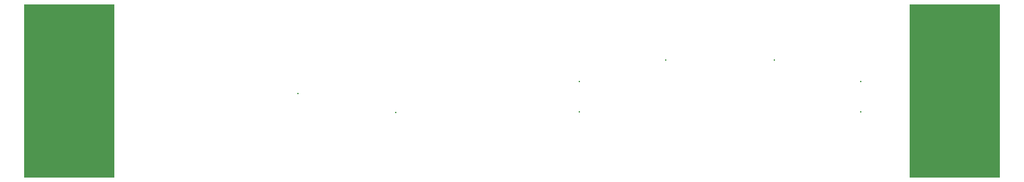
<source format=gbs>
G04 Layer_Color=8150272*
%FSLAX25Y25*%
%MOIN*%
G70*
G01*
G75*
%ADD11C,0.00800*%
G36*
X610236Y189764D02*
Y98425D01*
X562992D01*
Y189764D01*
X610236Y189764D01*
D02*
G37*
G36*
X145669D02*
Y98425D01*
X98425D01*
X98425Y189764D01*
X145669Y189764D01*
D02*
G37*
D11*
X293150Y132874D02*
D03*
X242126Y142795D02*
D03*
X537402Y133268D02*
D03*
Y149252D02*
D03*
X389764D02*
D03*
Y133268D02*
D03*
X492126Y160433D02*
D03*
X435039D02*
D03*
X124409Y118110D02*
D03*
Y170079D02*
D03*
X584252D02*
D03*
Y118110D02*
D03*
M02*

</source>
